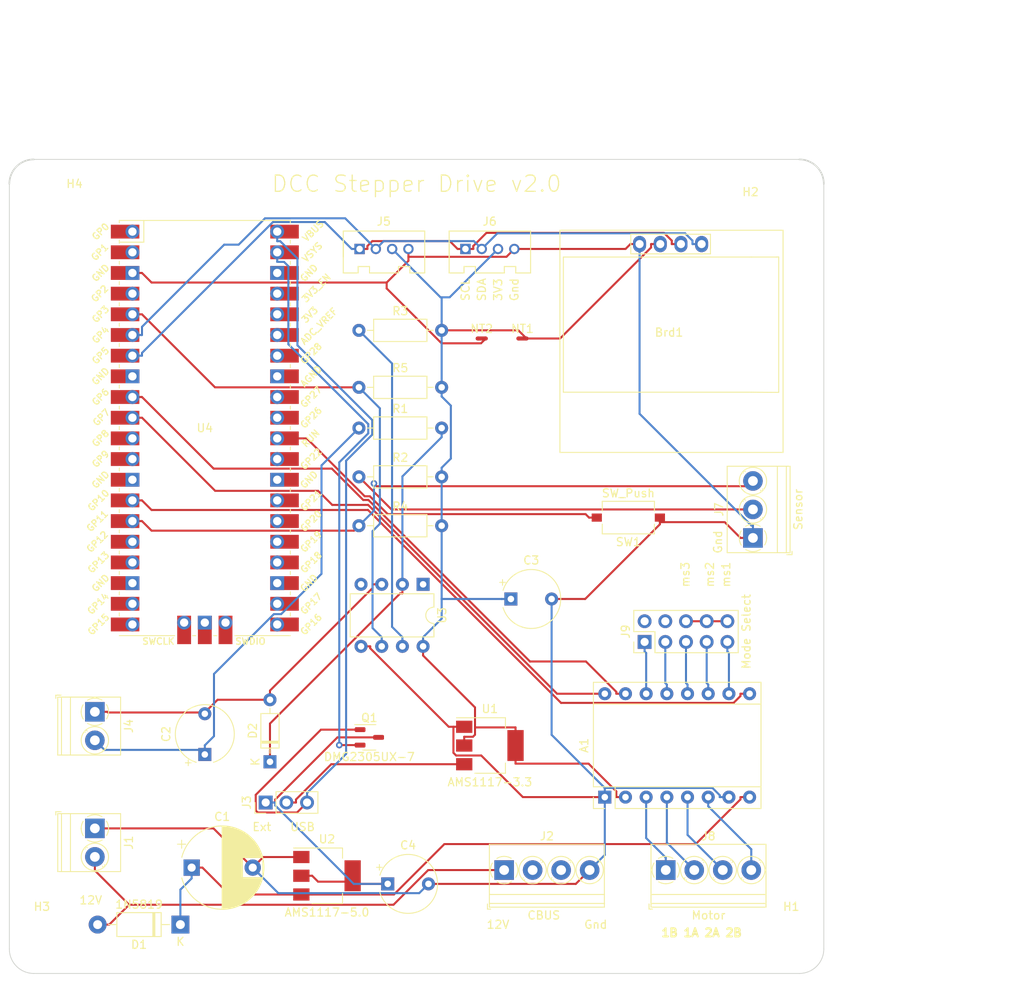
<source format=kicad_pcb>
(kicad_pcb (version 20211014) (generator pcbnew)
  (layers (0 "F.Cu" signal) (31 "B.Cu" signal) (34 "B.Paste" user) (35 "F.Paste" user) (36 "B.SilkS" user "B.Silkscreen") (37 "F.SilkS" user "F.Silkscreen") (38 "B.Mask" user) (39 "F.Mask" user) (44 "Edge.Cuts" user))
  (net 0 "")
  (net 1 "/5Vopt")
  (net 2 "Net-(A1-Pad3)")
  (net 3 "Net-(A1-Pad4)")
  (net 4 "Net-(A1-Pad5)")
  (net 5 "Net-(A1-Pad6)")
  (net 6 "Net-(A1-Pad10)")
  (net 7 "Net-(A1-Pad11)")
  (net 8 "/3V3")
  (net 9 "GND")
  (net 10 "/12V")
  (net 11 "Net-(A1-Pad12)")
  (net 12 "/5V")
  (net 13 "Net-(C2-Pad1)")
  (net 14 "Net-(D1-Pad2)")
  (net 15 "Net-(A1-Pad13)")
  (net 16 "/VBUS")
  (net 17 "Net-(A1-Pad14)")
  (net 18 "Net-(C2-Pad2)")
  (net 19 "/SDA")
  (net 20 "/SCL")
  (net 21 "/VSYS")
  (net 22 "Net-(J7-Pad2)")
  (net 23 "/DccIn")
  (net 27 "Net-(J7-Pad3)")
  (net 29 "Net-(A1-Pad9)")
  (net 52 "Net-(D2-Pad1)")
  (net 64 "Net-(A1-Pad15)")
  (net 65 "Net-(A1-Pad16)")
  (net 66 "Net-(R3-Pad1)")
  (net 67 "Net-(J6-Pad1)")
  (net 68 "Net-(J6-Pad2)")
  (net 69 "Net-(SW1-Pad2)")
  (net 70 "/+5V")
  (footprint "MountingHole:MountingHole_3.2mm_M3" (layer "F.Cu") (at 104 146)
    (fp_text reference "H3")
    (fp_text value "MountingHole")
  )
  (footprint "Diode_THT:D_DO-35_SOD27_P7.62mm_Horizontal" (layer "F.Cu") (at 132 124 90)
    (fp_text reference "D2")
    (fp_text value "1N4148")
  )
  (footprint "TerminalBlock_Phoenix:TerminalBlock_Phoenix_PT-1,5-3-3.5-H_1x03_P3.50mm_Horizontal" (layer "F.Cu") (at 191.3 96.5 90)
    (fp_text reference "J7")
    (fp_text value "Sensor")
  )
  (footprint "MCU_RaspberryPi_and_Boards:RP2040Pico" (layer "F.Cu") (at 124 83)
    (fp_text reference "U4")
    (fp_text value "Pico")
  )
  (footprint "Connector_PinHeader_2.54mm:PinHeader_1x03_P2.54mm_Vertical" (layer "F.Cu") (at 131.475 129 90)
    (fp_text reference "J3")
    (fp_text value "5V select")
  )
  (footprint "Package_TO_SOT_SMD:SOT-23-3" (layer "F.Cu") (at 144.2 121)
    (fp_text reference "Q1")
    (fp_text value "DMG2305UX-7")
  )
  (footprint "Diode_THT:D_DO-41_SOD81_P10.16mm_Horizontal" (layer "F.Cu") (at 121 144 180)
    (fp_text reference "D1")
    (fp_text value "1N5819")
  )
  (footprint "Package_TO_SOT_SMD:SOT-223-3_TabPin2" (layer "F.Cu") (at 139 138)
    (fp_text reference "U2")
    (fp_text value "AMS1117-5.0")
  )
  (footprint "MountingHole:MountingHole_3.2mm_M3" (layer "F.Cu") (at 104 54)
    (fp_text reference "H4")
    (fp_text value "MountingHole")
  )
  (footprint "Connector_PinHeader_2.54mm:PinHeader_2x05_P2.54mm_Vertical" (layer "F.Cu") (at 178 109.275 90)
    (fp_text reference "J9")
    (fp_text value "Mode Select")
  )
  (footprint "Resistor_THT:R_Axial_DIN0207_L6.3mm_D2.5mm_P10.16mm_Horizontal" (layer "F.Cu") (at 142.92 83)
    (fp_text reference "R1")
    (fp_text value "1k")
  )
  (footprint "MountingHole:MountingHole_3.2mm_M3" (layer "F.Cu") (at 196 54)
    (fp_text reference "H2")
    (fp_text value "MountingHole")
  )
  (footprint "TerminalBlock_Phoenix:TerminalBlock_Phoenix_PT-1,5-4-3.5-H_1x04_P3.50mm_Horizontal" (layer "F.Cu") (at 180.595 137.3)
    (fp_text reference "J8")
    (fp_text value "Motor")
  )
  (footprint "TerminalBlock_Phoenix:TerminalBlock_Phoenix_PT-1,5-4-3.5-H_1x04_P3.50mm_Horizontal" (layer "F.Cu") (at 160.75 137.3)
    (fp_text reference "J2")
    (fp_text value "CBUS ")
  )
  (footprint "OPL_Connector:HW4-2.0" (layer "F.Cu") (at 159 61)
    (fp_text reference "J6")
    (fp_text value "I2C")
  )
  (footprint "SSD1306:128x64OLED" (layer "F.Cu") (at 181 71)
    (fp_text reference "Brd1")
    (fp_text value "SSD1306")
  )
  (footprint "NetTie:NetTie-2_SMD_Pad0.5mm" (layer "F.Cu") (at 158 72)
    (fp_text reference "NT2")
    (fp_text value "NetTie_2")
  )
  (footprint "Package_DIP:DIP-8_W7.62mm" (layer "F.Cu") (at 150.8 102.2 -90)
    (fp_text reference "U3")
    (fp_text value "6N137")
  )
  (footprint "Capacitor_THT:CP_Radial_Tantal_D7.0mm_P5.00mm" (layer "F.Cu") (at 161.5799 104)
    (fp_text reference "C3")
    (fp_text value "22uF")
  )
  (footprint "NetTie:NetTie-2_SMD_Pad0.5mm" (layer "F.Cu") (at 163 72)
    (fp_text reference "NT1")
    (fp_text value "NetTie_2")
  )
  (footprint "TerminalBlock_Phoenix:TerminalBlock_Phoenix_PT-1,5-2-3.5-H_1x02_P3.50mm_Horizontal" (layer "F.Cu") (at 110.5 132.18 -90)
    (fp_text reference "J1")
    (fp_text value "12v")
  )
  (footprint "MountingHole:MountingHole_3.2mm_M3" (layer "F.Cu") (at 196 146)
    (fp_text reference "H1")
    (fp_text value "MountingHole")
  )
  (footprint "Module:Pololu_Breakout-16_15.2x20.3mm" (layer "F.Cu") (at 173.11 128.34 90)
    (fp_text reference "A1")
    (fp_text value "Pololu_Breakout_A4988")
  )
  (footprint "Resistor_THT:R_Axial_DIN0207_L6.3mm_D2.5mm_P10.16mm_Horizontal" (layer "F.Cu") (at 142.92 71)
    (fp_text reference "R3")
    (fp_text value "10k")
  )
  (footprint "Button_Switch_SMD:SW_Tactile_SPST_NO_Straight_CK_PTS636Sx25SMTRLFS" (layer "F.Cu") (at 176 94 180)
    (fp_text reference "SW1")
    (fp_text value "SW_Push")
  )
  (footprint "Package_TO_SOT_SMD:SOT-223-3_TabPin2" (layer "F.Cu") (at 159 122)
    (fp_text reference "U1")
    (fp_text value "AMS1117-3.3")
  )
  (footprint "Resistor_THT:R_Axial_DIN0207_L6.3mm_D2.5mm_P10.16mm_Horizontal" (layer "F.Cu") (at 142.92 95)
    (fp_text reference "R4")
    (fp_text value "10k")
  )
  (footprint "Capacitor_THT:CP_Radial_Tantal_D7.0mm_P5.00mm" (layer "F.Cu") (at 124 123.1007 90)
    (fp_text reference "C2")
    (fp_text value "270pF")
  )
  (footprint "Capacitor_THT:CP_Radial_D10.0mm_P7.50mm" (layer "F.Cu") (at 122.3823 137)
    (fp_text reference "C1")
    (fp_text value "100uF")
  )
  (footprint "Resistor_THT:R_Axial_DIN0207_L6.3mm_D2.5mm_P10.16mm_Horizontal" (layer "F.Cu") (at 142.92 89)
    (fp_text reference "R2")
    (fp_text value "330")
  )
  (footprint "Resistor_THT:R_Axial_DIN0207_L6.3mm_D2.5mm_P10.16mm_Horizontal" (layer "F.Cu") (at 142.92 78)
    (fp_text reference "R5")
    (fp_text value "10k")
  )
  (footprint "Capacitor_THT:CP_Radial_Tantal_D7.0mm_P5.00mm" (layer "F.Cu") (at 146.4583 139)
    (fp_text reference "C4")
    (fp_text value "22uF")
  )
  (footprint "TerminalBlock_Phoenix:TerminalBlock_Phoenix_PT-1,5-2-3.5-H_1x02_P3.50mm_Horizontal" (layer "F.Cu") (at 110.5 117.86 -90)
    (fp_text reference "J4")
    (fp_text value "DCC")
  )
  (footprint "OPL_Connector:HW4-2.0" (layer "F.Cu") (at 146 61)
    (fp_text reference "J5")
    (fp_text value "Grove 2mm")
  )
  (gr_line (start 200 53) (end 200 147) (layer "Edge.Cuts") (width 0.1))
  (gr_line (start 103 50) (end 197 50) (layer "Edge.Cuts") (width 0.1))
  (gr_arc (start 100 53) (mid 100.87868 50.87868) (end 103 50) (layer "Edge.Cuts") (width 0.2))
  (gr_line (start 100 147) (end 100 53) (layer "Edge.Cuts") (width 0.1))
  (gr_line (start 197 150) (end 103 150) (layer "Edge.Cuts") (width 0.1))
  (gr_arc (start 200 147) (mid 199.12132 149.12132) (end 197 150) (layer "Edge.Cuts") (width 0.1))
  (gr_arc (start 103 150) (mid 100.87868 149.12132) (end 100 147) (layer "Edge.Cuts") (width 0.1))
  (gr_arc (start 197 50) (mid 199.12132 50.87868) (end 200 53) (layer "Edge.Cuts") (width 0.2))
  (gr_text "DCC Stepper Drive v2.0\n" (at 150 53) (layer "F.SilkS") (effects (font (size 2 2))))
  (gr_text "Gnd\n" (at 162 66 90) (layer "F.SilkS") (effects (font (size 1 1))))
  (gr_text "ms3" (at 183 101 90) (layer "F.SilkS") (effects (font (size 1 1))))
  (gr_text "Gnd\n" (at 187 97 90) (layer "F.SilkS") (effects (font (size 1 1))))
  (gr_text "ms1" (at 188 101 90) (layer "F.SilkS") (effects (font (size 1 1))))
  (gr_text "12V\n" (at 110 141) (layer "F.SilkS") (effects (font (size 1 1))))
  (gr_text "1B 1A 2A 2B" (at 185 145) (layer "F.SilkS") (effects (font (size 1 1) (thickness 0.25))))
  (gr_text "12V\n" (at 160 144) (layer "F.SilkS") (effects (font (size 1 1))))
  (gr_text "ms2" (at 186 101 90) (layer "F.SilkS") (effects (font (size 1 1))))
  (gr_text "Ext\n" (at 131 132) (layer "F.SilkS") (effects (font (size 1 1))))
  (gr_text "SCL" (at 156 66 90) (layer "F.SilkS") (effects (font (size 1 1))))
  (gr_text "3V3" (at 160 66 90) (layer "F.SilkS") (effects (font (size 1 1))))
  (gr_text "USB\n" (at 136 132) (layer "F.SilkS") (effects (font (size 1 1))))
  (gr_text "SDA" (at 158 66 90) (layer "F.SilkS") (effects (font (size 1 1))))
  (gr_text "Gnd\n" (at 172 144) (layer "F.SilkS") (effects (font (size 1 1))))
  (segment (start 135.1901 128.6347) (end 135.1901 129) (width 0.25) (layer "F.Cu") (net 1))
  (segment (start 155.85 124.3) (end 139.5248 124.3) (width 0.25) (layer "F.Cu") (net 1))
  (segment (start 134.015 129) (end 135.1901 129) (width 0.25) (layer "F.Cu") (net 1))
  (segment (start 139.5248 124.3) (end 135.1901 128.6347) (width 0.25) (layer "F.Cu") (net 1))
  (segment (start 180.595 137.3) (end 180.595 135.7749) (width 0.25) (layer "B.Cu") (net 2))
  (segment (start 178.19 128.34) (end 178.19 133.3699) (width 0.25) (layer "B.Cu") (net 2))
  (segment (start 178.19 133.3699) (end 180.595 135.7749) (width 0.25) (layer "B.Cu") (net 2))
  (segment (start 180.73 133.935) (end 184.095 137.3) (width 0.25) (layer "B.Cu") (net 3))
  (segment (start 180.73 128.34) (end 180.73 133.935) (width 0.25) (layer "B.Cu") (net 3))
  (segment (start 183.27 132.975) (end 187.595 137.3) (width 0.25) (layer "B.Cu") (net 4))
  (segment (start 183.27 128.34) (end 183.27 132.975) (width 0.25) (layer "B.Cu") (net 4))
  (segment (start 185.81 128.34) (end 185.81 129.4651) (width 0.25) (layer "B.Cu") (net 5))
  (segment (start 191.095 134.7501) (end 191.095 137.3) (width 0.25) (layer "B.Cu") (net 5))
  (segment (start 185.81 129.4651) (end 191.095 134.7501) (width 0.25) (layer "B.Cu") (net 5))
  (segment (start 188.35 115.64) (end 188.35 110.6401) (width 0.25) (layer "B.Cu") (net 6))
  (segment (start 188.35 110.6401) (end 188.16 110.4501) (width 0.25) (layer "B.Cu") (net 6))
  (segment (start 188.16 109.275) (end 188.16 110.4501) (width 0.25) (layer "B.Cu") (net 6))
  (segment (start 185.81 114.5149) (end 185.62 114.3249) (width 0.25) (layer "B.Cu") (net 7))
  (segment (start 185.81 115.64) (end 185.81 114.5149) (width 0.25) (layer "B.Cu") (net 7))
  (segment (start 185.62 114.3249) (end 185.62 109.275) (width 0.25) (layer "B.Cu") (net 7))
  (segment (start 175.65 128.34) (end 174.5249 128.34) (width 0.25) (layer "F.Cu") (net 8))
  (segment (start 157.1752 119.7749) (end 162.15 119.7749) (width 0.25) (layer "F.Cu") (net 8))
  (segment (start 179.92 60.4) (end 178.7949 60.4) (width 0.25) (layer "F.Cu") (net 8))
  (segment (start 157.1752 120.6748) (end 156.9251 120.9249) (width 0.25) (layer "F.Cu") (net 8))
  (segment (start 162.5 71) (end 163.5 72) (width 0.25) (layer "F.Cu") (net 8))
  (segment (start 157.1752 117.3203) (end 157.1752 119.7749) (width 0.25) (layer "F.Cu") (net 8))
  (segment (start 174.5249 127.6368) (end 171.1132 124.2251) (width 0.25) (layer "F.Cu") (net 8))
  (segment (start 156.9251 120.9249) (end 155.85 120.9249) (width 0.25) (layer "F.Cu") (net 8))
  (segment (start 174.5249 128.34) (end 174.5249 127.6368) (width 0.25) (layer "F.Cu") (net 8))
  (segment (start 162.15 122) (end 162.15 119.7749) (width 0.25) (layer "F.Cu") (net 8))
  (segment (start 150.8 109.82) (end 150.8 110.9451) (width 0.25) (layer "F.Cu") (net 8))
  (segment (start 157.1752 119.7749) (end 157.1752 120.6748) (width 0.25) (layer "F.Cu") (net 8))
  (segment (start 178.7949 60.4) (end 178.7949 60.8219) (width 0.25) (layer "F.Cu") (net 8))
  (segment (start 178.7949 60.8219) (end 167.6168 72) (width 0.25) (layer "F.Cu") (net 8))
  (segment (start 162.15 122) (end 162.15 124.2251) (width 0.25) (layer "F.Cu") (net 8))
  (segment (start 155.85 122) (end 155.85 120.9249) (width 0.25) (layer "F.Cu") (net 8))
  (segment (start 167.6168 72) (end 163.5 72) (width 0.25) (layer "F.Cu") (net 8))
  (segment (start 171.1132 124.2251) (end 162.15 124.2251) (width 0.25) (layer "F.Cu") (net 8))
  (segment (start 153.08 71) (end 162.5 71) (width 0.25) (layer "F.Cu") (net 8))
  (segment (start 150.8 110.9451) (end 157.1752 117.3203) (width 0.25) (layer "F.Cu") (net 8))
  (segment (start 153.08 66.9424) (end 153.08 69.8749) (width 0.25) (layer "B.Cu") (net 8))
  (segment (start 153.08 78) (end 153.08 79.1251) (width 0.25) (layer "B.Cu") (net 8))
  (segment (start 154.2074 80.2525) (end 154.2074 86.7475) (width 0.25) (layer "B.Cu") (net 8))
  (segment (start 153.08 71) (end 153.08 69.8749) (width 0.25) (layer "B.Cu") (net 8))
  (segment (start 150.8 109.82) (end 150.8 108.6949) (width 0.25) (layer "B.Cu") (net 8))
  (segment (start 153.08 89) (end 153.08 95) (width 0.25) (layer "B.Cu") (net 8))
  (segment (start 153.08 104) (end 153.08 106.4149) (width 0.25) (layer "B.Cu") (net 8))
  (segment (start 153.08 79.1251) (end 154.2074 80.2525) (width 0.25) (layer "B.Cu") (net 8))
  (segment (start 154.0558 66.9424) (end 159.9982 61) (width 0.25) (layer "B.Cu") (net 8))
  (segment (start 153.08 106.4149) (end 150.8 108.6949) (width 0.25) (layer "B.Cu") (net 8))
  (segment (start 153.08 66.9424) (end 154.0558 66.9424) (width 0.25) (layer "B.Cu") (net 8))
  (segment (start 161.5799 104) (end 160.4548 104) (width 0.25) (layer "B.Cu") (net 8))
  (segment (start 153.08 78) (end 153.08 71) (width 0.25) (layer "B.Cu") (net 8))
  (segment (start 152.9406 66.9424) (end 153.08 66.9424) (width 0.25) (layer "B.Cu") (net 8))
  (segment (start 146.9982 61) (end 152.9406 66.9424) (width 0.25) (layer "B.Cu") (net 8))
  (segment (start 154.2074 86.7475) (end 153.08 87.8749) (width 0.25) (layer "B.Cu") (net 8))
  (segment (start 153.08 95) (end 153.08 104) (width 0.25) (layer "B.Cu") (net 8))
  (segment (start 153.08 89) (end 153.08 87.8749) (width 0.25) (layer "B.Cu") (net 8))
  (segment (start 153.08 104) (end 160.4548 104) (width 0.25) (layer "B.Cu") (net 8))
  (segment (start 166.5799 104) (end 170.7001 104) (width 0.25) (layer "F.Cu") (net 9))
  (segment (start 175.6549 61) (end 161.9997 61) (width 0.25) (layer "F.Cu") (net 9))
  (segment (start 158.5 72) (end 157.9072 72.5928) (width 0.25) (layer "F.Cu") (net 9))
  (segment (start 146.3277 65.8509) (end 146.3277 65.1251) (width 0.25) (layer "F.Cu") (net 9))
  (segment (start 151.4583 139) (end 169.55 139) (width 0.25) (layer "F.Cu") (net 9))
  (segment (start 146.3277 65.1251) (end 117.4602 65.1251) (width 0.25) (layer "F.Cu") (net 9))
  (segment (start 143.18 109.82) (end 144.3051 109.82) (width 0.25) (layer "F.Cu") (net 9))
  (segment (start 179.875 94) (end 179.875 94.5625) (width 0.25) (layer "F.Cu") (net 9))
  (segment (start 148.9997 61.9602) (end 148.9997 62.4531) (width 0.25) (layer "F.Cu") (net 9))
  (segment (start 157.938 123.2248) (end 163.0532 128.34) (width 0.25) (layer "F.Cu") (net 9))
  (segment (start 157.9072 72.5928) (end 153.0696 72.5928) (width 0.25) (layer "F.Cu") (net 9))
  (segment (start 176.2549 60.4) (end 175.6549 61) (width 0.25) (layer "F.Cu") (net 9))
  (segment (start 177.38 60.4) (end 176.2549 60.4) (width 0.25) (layer "F.Cu") (net 9))
  (segment (start 115.11 63.95) (end 116.2851 63.95) (width 0.25) (layer "F.Cu") (net 9))
  (segment (start 154.5249 119.7) (end 153.9519 119.7) (width 0.25) (layer "F.Cu") (net 9))
  (segment (start 129.8823 137) (end 131.1823 135.7) (width 0.25) (layer "F.Cu") (net 9))
  (segment (start 191.3 96.5) (end 189.7749 96.5) (width 0.25) (layer "F.Cu") (net 9))
  (segment (start 153.9519 119.7) (end 144.3051 110.0532) (width 0.25) (layer "F.Cu") (net 9))
  (segment (start 125.0623 132.18) (end 110.5 132.18) (width 0.25) (layer "F.Cu") (net 9))
  (segment (start 148.9997 62.4531) (end 146.3277 65.1251) (width 0.25) (layer "F.Cu") (net 9))
  (segment (start 155.85 119.7) (end 154.5249 119.7) (width 0.25) (layer "F.Cu") (net 9))
  (segment (start 153.0696 72.5928) (end 146.3277 65.8509) (width 0.25) (layer "F.Cu") (net 9))
  (segment (start 187.8374 94.5625) (end 189.7749 96.5) (width 0.25) (layer "F.Cu") (net 9))
  (segment (start 161.9997 61) (end 161.0395 61.9602) (width 0.25) (layer "F.Cu") (net 9))
  (segment (start 154.5249 119.7) (end 154.5249 122.8948) (width 0.25) (layer "F.Cu") (net 9))
  (segment (start 161.0395 61.9602) (end 148.9997 61.9602) (width 0.25) (layer "F.Cu") (net 9))
  (segment (start 129.8823 137) (end 125.0623 132.18) (width 0.25) (layer "F.Cu") (net 9))
  (segment (start 163.0532 128.34) (end 173.11 128.34) (width 0.25) (layer "F.Cu") (net 9))
  (segment (start 169.55 139) (end 171.25 137.3) (width 0.25) (layer "F.Cu") (net 9))
  (segment (start 117.4602 65.1251) (end 116.2851 63.95) (width 0.25) (layer "F.Cu") (net 9))
  (segment (start 131.1823 135.7) (end 135.85 135.7) (width 0.25) (layer "F.Cu") (net 9))
  (segment (start 179.875 94.5625) (end 179.875 94.8251) (width 0.25) (layer "F.Cu") (net 9))
  (segment (start 154.5249 122.8948) (end 154.8549 123.2248) (width 0.25) (layer "F.Cu") (net 9))
  (segment (start 144.3051 110.0532) (end 144.3051 109.82) (width 0.25) (layer "F.Cu") (net 9))
  (segment (start 148.9997 61) (end 148.9997 61.9602) (width 0.25) (layer "F.Cu") (net 9))
  (segment (start 154.8549 123.2248) (end 157.938 123.2248) (width 0.25) (layer "F.Cu") (net 9))
  (segment (start 179.875 94.5625) (end 187.8374 94.5625) (width 0.25) (layer "F.Cu") (net 9))
  (segment (start 170.7001 104) (end 179.875 94.8251) (width 0.25) (layer "F.Cu") (net 9))
  (segment (start 177.38 81.2455) (end 191.1094 94.9749) (width 0.25) (layer "B.Cu") (net 9))
  (segment (start 151.4583 139) (end 150.3212 140.1371) (width 0.25) (layer "B.Cu") (net 9))
  (segment (start 173.11 127.2149) (end 166.5799 120.6848) (width 0.25) (layer "B.Cu") (net 9))
  (segment (start 177.38 60.4) (end 177.38 81.2455) (width 0.25) (layer "B.Cu") (net 9))
  (segment (start 173.11 127.3274) (end 173.11 127.2149) (width 0.25) (layer "B.Cu") (net 9))
  (segment (start 191.1094 94.9749) (end 191.3 94.9749) (width 0.25) (layer "B.Cu") (net 9))
  (segment (start 133.0194 140.1371) (end 129.8823 137) (width 0.25) (layer "B.Cu") (net 9))
  (segment (start 150.3212 140.1371) (end 133.0194 140.1371) (width 0.25) (layer "B.Cu") (net 9))
  (segment (start 187.2249 128.1069) (end 187.2249 128.34) (width 0.25) (layer "B.Cu") (net 9))
  (segment (start 173.11 128.34) (end 173.11 127.3274) (width 0.25) (layer "B.Cu") (net 9))
  (segment (start 186.3329 127.2149) (end 187.2249 128.1069) (width 0.25) (layer "B.Cu") (net 9))
  (segment (start 171.25 137.3) (end 173.11 135.44) (width 0.25) (layer "B.Cu") (net 9))
  (segment (start 173.11 135.44) (end 173.11 128.34) (width 0.25) (layer "B.Cu") (net 9))
  (segment (start 191.3 96.5) (end 191.3 94.9749) (width 0.25) (layer "B.Cu") (net 9))
  (segment (start 173.11 127.2149) (end 186.3329 127.2149) (width 0.25) (layer "B.Cu") (net 9))
  (segment (start 166.5799 120.6848) (end 166.5799 104) (width 0.25) (layer "B.Cu") (net 9))
  (segment (start 188.35 128.34) (end 187.2249 128.34) (width 0.25) (layer "B.Cu") (net 9))
  (segment (start 189.7649 128.34) (end 189.7649 128.6213) (width 0.25) (layer "F.Cu") (net 10))
  (segment (start 122.3823 137) (end 123.7074 137) (width 0.25) (layer "F.Cu") (net 10))
  (segment (start 123.7074 137) (end 127.0074 140.3) (width 0.25) (layer "F.Cu") (net 10))
  (segment (start 135.85 140.3) (end 137.1751 140.3) (width 0.25) (layer "F.Cu") (net 10))
  (segment (start 184.2789 134.1073) (end 153.4153 134.1073) (width 0.25) (layer "F.Cu") (net 10))
  (segment (start 127.0074 140.3) (end 135.85 140.3) (width 0.25) (layer "F.Cu") (net 10))
  (segment (start 190.89 128.34) (end 189.7649 128.34) (width 0.25) (layer "F.Cu") (net 10))
  (segment (start 147.2226 140.3) (end 137.1751 140.3) (width 0.25) (layer "F.Cu") (net 10))
  (segment (start 153.4153 134.1073) (end 147.2226 140.3) (width 0.25) (layer "F.Cu") (net 10))
  (segment (start 189.7649 128.6213) (end 184.2789 134.1073) (width 0.25) (layer "F.Cu") (net 10))
  (segment (start 122.3823 138.3251) (end 121 139.7074) (width 0.25) (layer "B.Cu") (net 10))
  (segment (start 122.3823 137) (end 122.3823 138.3251) (width 0.25) (layer "B.Cu") (net 10))
  (segment (start 121 139.7074) (end 121 144) (width 0.25) (layer "B.Cu") (net 10))
  (segment (start 183.27 114.5149) (end 183.08 114.3249) (width 0.25) (layer "B.Cu") (net 11))
  (segment (start 183.27 115.64) (end 183.27 114.5149) (width 0.25) (layer "B.Cu") (net 11))
  (segment (start 183.08 114.3249) (end 183.08 109.275) (width 0.25) (layer "B.Cu") (net 11))
  (segment (start 140.2829 121) (end 145.3375 121) (width 0.25) (layer "F.Cu") (net 12))
  (segment (start 137.9001 138.725) (end 137.1751 138) (width 0.25) (layer "F.Cu") (net 12))
  (segment (start 135.85 138) (end 137.1751 138) (width 0.25) (layer "F.Cu") (net 12))
  (segment (start 132.6501 128.6328) (end 140.2829 121) (width 0.25) (layer "F.Cu") (net 12))
  (segment (start 146.4583 139) (end 142.425 139) (width 0.25) (layer "F.Cu") (net 12))
  (segment (start 132.6501 129) (end 132.6501 128.6328) (width 0.25) (layer "F.Cu") (net 12))
  (segment (start 142.15 138) (end 142.15 138.725) (width 0.25) (layer "F.Cu") (net 12))
  (segment (start 142.425 139) (end 142.15 138.725) (width 0.25) (layer "F.Cu") (net 12))
  (segment (start 131.475 129) (end 132.6501 129) (width 0.25) (layer "F.Cu") (net 12))
  (segment (start 142.15 138.725) (end 137.9001 138.725) (width 0.25) (layer "F.Cu") (net 12))
  (segment (start 146.4583 139) (end 142.2829 139) (width 0.25) (layer "B.Cu") (net 12))
  (segment (start 132.6501 129.3672) (end 132.6501 129) (width 0.25) (layer "B.Cu") (net 12))
  (segment (start 142.2829 139) (end 132.6501 129.3672) (width 0.25) (layer "B.Cu") (net 12))
  (segment (start 131.475 129) (end 132.6501 129) (width 0.25) (layer "B.Cu") (net 12))
  (segment (start 125.1251 120.8505) (end 125.1251 113.2115) (width 0.25) (layer "B.Cu") (net 13))
  (segment (start 124 122.5381) (end 124 121.9756) (width 0.25) (layer "B.Cu") (net 13))
  (segment (start 133.3702 105.86) (end 138.3263 100.9039) (width 0.25) (layer "B.Cu") (net 13))
  (segment (start 124 122.5381) (end 111.6781 122.5381) (width 0.25) (layer "B.Cu") (net 13))
  (segment (start 132.4766 105.86) (end 133.3702 105.86) (width 0.25) (layer "B.Cu") (net 13))
  (segment (start 124 121.9756) (end 125.1251 120.8505) (width 0.25) (layer "B.Cu") (net 13))
  (segment (start 124 123.1007) (end 124 122.5381) (width 0.25) (layer "B.Cu") (net 13))
  (segment (start 111.6781 122.5381) (end 110.5 121.36) (width 0.25) (layer "B.Cu") (net 13))
  (segment (start 125.1251 113.2115) (end 132.4766 105.86) (width 0.25) (layer "B.Cu") (net 13))
  (segment (start 138.3263 87.5937) (end 142.92 83) (width 0.25) (layer "B.Cu") (net 13))
  (segment (start 138.3263 100.9039) (end 138.3263 87.5937) (width 0.25) (layer "B.Cu") (net 13))
  (segment (start 114.7033 141.5618) (end 110.5 137.3585) (width 0.25) (layer "F.Cu") (net 14))
  (segment (start 114.7033 141.5618) (end 147.1628 141.5618) (width 0.25) (layer "F.Cu") (net 14))
  (segment (start 147.1628 141.5618) (end 151.4246 137.3) (width 0.25) (layer "F.Cu") (net 14))
  (segment (start 110.5 137.3585) (end 110.5 135.68) (width 0.25) (layer "F.Cu") (net 14))
  (segment (start 110.84 144) (end 112.2651 144) (width 0.25) (layer "F.Cu") (net 14))
  (segment (start 151.4246 137.3) (end 160.75 137.3) (width 0.25) (layer "F.Cu") (net 14))
  (segment (start 112.2651 144) (end 114.7033 141.5618) (width 0.25) (layer "F.Cu") (net 14))
  (segment (start 180.54 114.3249) (end 180.54 109.275) (width 0.25) (layer "B.Cu") (net 15))
  (segment (start 180.73 114.5149) (end 180.54 114.3249) (width 0.25) (layer "B.Cu") (net 15))
  (segment (start 180.73 115.64) (end 180.73 114.5149) (width 0.25) (layer "B.Cu") (net 15))
  (segment (start 130.2515 129.9815) (end 130.4997 130.2297) (width 0.25) (layer "F.Cu") (net 16))
  (segment (start 138.2635 120.05) (end 130.2515 128.062) (width 0.25) (layer "F.Cu") (net 16))
  (segment (start 143.0625 120.05) (end 138.2635 120.05) (width 0.25) (layer "F.Cu") (net 16))
  (segment (start 135.3253 130.2297) (end 136.555 129) (width 0.25) (layer "F.Cu") (net 16))
  (segment (start 130.4997 130.2297) (end 135.3253 130.2297) (width 0.25) (layer "F.Cu") (net 16))
  (segment (start 130.2515 128.062) (end 130.2515 129.9815) (width 0.25) (layer "F.Cu") (net 16))
  (segment (start 132.89 58.87) (end 132.89 60.0451) (width 0.25) (layer "B.Cu") (net 16))
  (segment (start 135.3707 72.837) (end 135.3707 62.1606) (width 0.25) (layer "B.Cu") (net 16))
  (segment (start 133.2552 60.0451) (end 132.89 60.0451) (width 0.25) (layer "B.Cu") (net 16))
  (segment (start 141.3476 123.0323) (end 141.3476 87.0207) (width 0.25) (layer "B.Cu") (net 16))
  (segment (start 144.5534 82.0197) (end 135.3707 72.837) (width 0.25) (layer "B.Cu") (net 16))
  (segment (start 135.3707 62.1606) (end 133.2552 60.0451) (width 0.25) (layer "B.Cu") (net 16))
  (segment (start 141.3476 87.0207) (end 144.5534 83.8149) (width 0.25) (layer "B.Cu") (net 16))
  (segment (start 144.5534 83.8149) (end 144.5534 82.0197) (width 0.25) (layer "B.Cu") (net 16))
  (segment (start 136.555 127.8249) (end 141.3476 123.0323) (width 0.25) (layer "B.Cu") (net 16))
  (segment (start 136.555 129) (end 136.555 127.8249) (width 0.25) (layer "B.Cu") (net 16))
  (segment (start 178.19 110.6401) (end 178 110.4501) (width 0.25) (layer "B.Cu") (net 17))
  (segment (start 178.19 115.64) (end 178.19 110.6401) (width 0.25) (layer "B.Cu") (net 17))
  (segment (start 178 109.275) (end 178 110.4501) (width 0.25) (layer "B.Cu") (net 17))
  (segment (start 112.1072 117.9421) (end 112.0251 117.86) (width 0.25) (layer "F.Cu") (net 18))
  (segment (start 144.5949 102.66) (end 132 115.2549) (width 0.25) (layer "F.Cu") (net 18))
  (segment (start 132 116.38) (end 132 115.2549) (width 0.25) (layer "F.Cu") (net 18))
  (segment (start 110.5 117.86) (end 112.0251 117.86) (width 0.25) (layer "F.Cu") (net 18))
  (segment (start 145.72 102.2) (end 144.5949 102.2) (width 0.25) (layer "F.Cu") (net 18))
  (segment (start 132 116.38) (end 125.5621 116.38) (width 0.25) (layer "F.Cu") (net 18))
  (segment (start 124 117.9421) (end 112.1072 117.9421) (width 0.25) (layer "F.Cu") (net 18))
  (segment (start 124 117.9421) (end 124 118.1007) (width 0.25) (layer "F.Cu") (net 18))
  (segment (start 144.5949 102.2) (end 144.5949 102.66) (width 0.25) (layer "F.Cu") (net 18))
  (segment (start 125.5621 116.38) (end 124 117.9421) (width 0.25) (layer "F.Cu") (net 18))
  (segment (start 183.8749 59.9836) (end 183.8749 60.4) (width 0.25) (layer "B.Cu") (net 19))
  (segment (start 182.9662 59.0749) (end 183.8749 59.9836) (width 0.25) (layer "B.Cu") (net 19))
  (segment (start 159.9269 59.0749) (end 182.9662 59.0749) (width 0.25) (layer "B.Cu") (net 19))
  (segment (start 145.0018 61) (end 145.962 60.0398) (width 0.25) (layer "B.Cu") (net 19))
  (segment (start 115.11 71.57) (end 116.2851 71.57) (width 0.25) (layer "B.Cu") (net 19))
  (segment (start 185 60.4) (end 183.8749 60.4) (width 0.25) (layer "B.Cu") (net 19))
  (segment (start 128.1524 60.471) (end 126.381 60.471) (width 0.25) (layer "B.Cu") (net 19))
  (segment (start 145.0018 61) (end 141.2347 57.2329) (width 0.25) (layer "B.Cu") (net 19))
  (segment (start 131.3905 57.2329) (end 128.1524 60.471) (width 0.25) (layer "B.Cu") (net 19))
  (segment (start 126.381 60.471) (end 116.2851 70.5669) (width 0.25) (layer "B.Cu") (net 19))
  (segment (start 116.2851 70.5669) (end 116.2851 71.57) (width 0.25) (layer "B.Cu") (net 19))
  (segment (start 141.2347 57.2329) (end 131.3905 57.2329) (width 0.25) (layer "B.Cu") (net 19))
  (segment (start 145.962 60.0398) (end 157.0416 60.0398) (width 0.25) (layer "B.Cu") (net 19))
  (segment (start 158.0018 61) (end 159.9269 59.0749) (width 0.25) (layer "B.Cu") (net 19))
  (segment (start 157.0416 60.0398) (end 158.0018 61) (width 0.25) (layer "B.Cu") (net 19))
  (segment (start 143.9604 61) (end 143.9604 60.64) (width 0.25) (layer "F.Cu") (net 20))
  (segment (start 156.0003 61) (end 155.0402 61) (width 0.25) (layer "F.Cu") (net 20))
  (segment (start 143.9604 60.64) (end 144.5605 60.0399) (width 0.25) (layer "F.Cu") (net 20))
  (segment (start 143.0003 61) (end 143.9604 61) (width 0.25) (layer "F.Cu") (net 20))
  (segment (start 181.3349 60.4) (end 181.3349 59.9781) (width 0.25) (layer "F.Cu") (net 20))
  (segment (start 182.46 60.4) (end 181.3349 60.4) (width 0.25) (layer "F.Cu") (net 20))
  (segment (start 156.9604 60.64) (end 156.9604 61) (width 0.25) (layer "F.Cu") (net 20))
  (segment (start 144.5605 60.0399) (end 154.0801 60.0399) (width 0.25) (layer "F.Cu") (net 20))
  (segment (start 154.0801 60.0399) (end 155.0402 61) (width 0.25) (layer "F.Cu") (net 20))
  (segment (start 158.5777 59.0227) (end 156.9604 60.64) (width 0.25) (layer "F.Cu") (net 20))
  (segment (start 180.3795 59.0227) (end 158.5777 59.0227) (width 0.25) (layer "F.Cu") (net 20))
  (segment (start 156.0003 61) (end 156.9604 61) (width 0.25) (layer "F.Cu") (net 20))
  (segment (start 181.3349 59.9781) (end 180.3795 59.0227) (width 0.25) (layer "F.Cu") (net 20))
  (segment (start 116.2851 73.7732) (end 132.3661 57.6922) (width 0.25) (layer "B.Cu") (net 20))
  (segment (start 115.11 74.11) (end 116.2851 74.11) (width 0.25) (layer "B.Cu") (net 20))
  (segment (start 138.7324 57.6922) (end 142.0402 61) (width 0.25) (layer "B.Cu") (net 20))
  (segment (start 116.2851 74.11) (end 116.2851 73.7732) (width 0.25) (layer "B.Cu") (net 20))
  (segment (start 143.0003 61) (end 142.0402 61) (width 0.25) (layer "B.Cu") (net 20))
  (segment (start 132.3661 57.6922) (end 138.7324 57.6922) (width 0.25) (layer "B.Cu") (net 20))
  (segment (start 143.0625 121.95) (end 140.5085 121.95) (width 0.25) (layer "F.Cu") (net 21))
  (via (at 140.5085 121.95) (size 0.8) (drill 0.4) (layers "F.Cu" "B.Cu") (net 21))
  (segment (start 144.0673 83.6527) (end 140.5085 87.2115) (width 0.25) (layer "B.Cu") (net 21))
  (segment (start 132.89 61.41) (end 132.89 62.5851) (width 0.25) (layer "B.Cu") (net 21))
  (segment (start 132.89 62.5851) (end 133.721 62.5851) (width 0.25) (layer "B.Cu") (net 21))
  (segment (start 133.721 62.5851) (end 134.2548 63.1189) (width 0.25) (layer "B.Cu") (net 21))
  (segment (start 134.2548 63.1189) (end 134.2548 72.7026) (width 0.25) (layer "B.Cu") (net 21))
  (segment (start 134.2548 72.7026) (end 144.0673 82.5151) (width 0.25) (layer "B.Cu") (net 21))
  (segment (start 140.5085 87.2115) (end 140.5085 121.95) (width 0.25) (layer "B.Cu") (net 21))
  (segment (start 144.0673 82.5151) (end 144.0673 83.6527) (width 0.25) (layer "B.Cu") (net 21))
  (segment (start 146.92 93) (end 191.3 93) (width 0.25) (layer "F.Cu") (net 22))
  (segment (start 142.92 89) (end 146.92 93) (width 0.25) (layer "F.Cu") (net 22))
  (segment (start 115.11 69.03) (end 116.2851 69.03) (width 0.25) (layer "F.Cu") (net 23))
  (segment (start 142.92 78) (end 125.2551 78) (width 0.25) (layer "F.Cu") (net 23))
  (segment (start 125.2551 78) (end 116.2851 69.03) (width 0.25) (layer "F.Cu") (net 23))
  (segment (start 144.5916 107.5665) (end 144.5916 95.67) (width 0.25) (layer "B.Cu") (net 23))
  (segment (start 145.72 109.82) (end 145.72 108.6949) (width 0.25) (layer "B.Cu") (net 23))
  (segment (start 145.4919 80.5719) (end 142.92 78) (width 0.25) (layer "B.Cu") (net 23))
  (segment (start 144.5916 95.67) (end 145.4919 94.7697) (width 0.25) (layer "B.Cu") (net 23))
  (segment (start 145.4919 94.7697) (end 145.4919 80.5719) (width 0.25) (layer "B.Cu") (net 23))
  (segment (start 145.72 108.6949) (end 144.5916 107.5665) (width 0.25) (layer "B.Cu") (net 23))
  (segment (start 142.3149 95.6051) (end 117.4602 95.6051) (width 0.25) (layer "F.Cu") (net 27))
  (segment (start 142.92 95) (end 142.3149 95.6051) (width 0.25) (layer "F.Cu") (net 27))
  (segment (start 145.11 90.1491) (end 144.7666 89.8057) (width 0.25) (layer "F.Cu") (net 27))
  (segment (start 117.4602 95.6051) (end 116.2851 94.43) (width 0.25) (layer "F.Cu") (net 27))
  (segment (start 191.3 89.5) (end 190.6509 90.1491) (width 0.25) (layer "F.Cu") (net 27))
  (segment (start 190.6509 90.1491) (end 145.11 90.1491) (width 0.25) (layer "F.Cu") (net 27))
  (segment (start 115.11 94.43) (end 116.2851 94.43) (width 0.25) (layer "F.Cu") (net 27))
  (via (at 144.7666 89.8057) (size 0.8) (drill 0.4) (layers "F.Cu" "B.Cu") (net 27))
  (segment (start 142.92 95) (end 144.7666 93.1534) (width 0.25) (layer "B.Cu") (net 27))
  (segment (start 144.7666 93.1534) (end 144.7666 89.8057) (width 0.25) (layer "B.Cu") (net 27))
  (segment (start 117.4602 93.0651) (end 116.2851 91.89) (width 0.25) (layer "F.Cu") (net 29))
  (segment (start 167.7386 116.7657) (end 144.038 93.0651) (width 0.25) (layer "F.Cu") (net 29))
  (segment (start 190.89 115.64) (end 189.7649 115.64) (width 0.25) (layer "F.Cu") (net 29))
  (segment (start 188.9205 116.7657) (end 167.7386 116.7657) (width 0.25) (layer "F.Cu") (net 29))
  (segment (start 115.11 91.89) (end 116.2851 91.89) (width 0.25) (layer "F.Cu") (net 29))
  (segment (start 189.7649 115.9213) (end 188.9205 116.7657) (width 0.25) (layer "F.Cu") (net 29))
  (segment (start 144.038 93.0651) (end 117.4602 93.0651) (width 0.25) (layer "F.Cu") (net 29))
  (segment (start 189.7649 115.64) (end 189.7649 115.9213) (width 0.25) (layer "F.Cu") (net 29))
  (segment (start 147.9787 103.3251) (end 132 119.3038) (width 0.25) (layer "F.Cu") (net 52))
  (segment (start 148.26 103.3251) (end 147.9787 103.3251) (width 0.25) (layer "F.Cu") (net 52))
  (segment (start 132 119.3038) (end 132 124) (width 0.25) (layer "F.Cu") (net 52))
  (segment (start 148.26 102.2) (end 148.26 103.3251) (width 0.25) (layer "F.Cu") (net 52))
  (segment (start 153.08 83) (end 153.08 84.1251) (width 0.25) (layer "B.Cu") (net 52))
  (segment (start 148.26 88.9451) (end 153.08 84.1251) (width 0.25) (layer "B.Cu") (net 52))
  (segment (start 148.26 102.2) (end 148.26 88.9451) (width 0.25) (layer "B.Cu") (net 52))
  (segment (start 175.65 115.64) (end 174.5249 115.64) (width 0.25) (layer "F.Cu") (net 64))
  (segment (start 144.0814 91.8353) (end 143.4448 91.8353) (width 0.25) (layer "F.Cu") (net 64))
  (segment (start 174.5249 115.64) (end 174.5249 115.4069) (width 0.25) (layer "F.Cu") (net 64))
  (segment (start 163.9246 111.6785) (end 144.0814 91.8353) (width 0.25) (layer "F.Cu") (net 64))
  (segment (start 143.4448 91.8353) (end 139.5947 87.9852) (width 0.25) (layer "F.Cu") (net 64))
  (segment (start 125.0803 87.9852) (end 116.2851 79.19) (width 0.25) (layer "F.Cu") (net 64))
  (segment (start 170.7965 111.6785) (end 163.9246 111.6785) (width 0.25) (layer "F.Cu") (net 64))
  (segment (start 115.11 79.19) (end 116.2851 79.19) (width 0.25) (layer "F.Cu") (net 64))
  (segment (start 174.5249 115.4069) (end 170.7965 111.6785) (width 0.25) (layer "F.Cu") (net 64))
  (segment (start 139.5947 87.9852) (end 125.0803 87.9852) (width 0.25) (layer "F.Cu") (net 64))
  (segment (start 115.11 81.73) (end 116.2851 81.73) (width 0.25) (layer "F.Cu") (net 65))
  (segment (start 167.2495 115.64) (end 144.0541 92.4446) (width 0.25) (layer "F.Cu") (net 65))
  (segment (start 144.0541 92.4446) (end 139.642 92.4446) (width 0.25) (layer "F.Cu") (net 65))
  (segment (start 125.2699 90.7148) (end 116.2851 81.73) (width 0.25) (layer "F.Cu") (net 65))
  (segment (start 137.9122 90.7148) (end 125.2699 90.7148) (width 0.25) (layer "F.Cu") (net 65))
  (segment (start 173.11 115.64) (end 167.2495 115.64) (width 0.25) (layer "F.Cu") (net 65))
  (segment (start 139.642 92.4446) (end 137.9122 90.7148) (width 0.25) (layer "F.Cu") (net 65))
  (segment (start 148.26 109.82) (end 148.26 108.6949) (width 0.25) (layer "B.Cu") (net 66))
  (segment (start 146.99 75.07) (end 146.99 107.4249) (width 0.25) (layer "B.Cu") (net 66))
  (segment (start 142.92 71) (end 146.99 75.07) (width 0.25) (layer "B.Cu") (net 66))
  (segment (start 146.99 107.4249) (end 148.26 108.6949) (width 0.25) (layer "B.Cu") (net 66))
  (segment (start 170.7497 93.5748) (end 146.4575 93.5748) (width 0.25) (layer "F.Cu") (net 69))
  (segment (start 171.1749 94) (end 170.7497 93.5748) (width 0.25) (layer "F.Cu") (net 69))
  (segment (start 172.125 94) (end 171.1749 94) (width 0.25) (layer "F.Cu") (net 69))
  (segment (start 143.6314 91.3852) (end 136.5162 84.27) (width 0.25) (layer "F.Cu") (net 69))
  (segment (start 146.4575 93.5748) (end 144.2679 91.3852) (width 0.25) (layer "F.Cu") (net 69))
  (segment (start 136.5162 84.27) (end 132.89 84.27) (width 0.25) (layer "F.Cu") (net 69))
  (segment (start 144.2679 91.3852) (end 143.6314 91.3852) (width 0.25) (layer "F.Cu") (net 69))
  (segment (start 185.62 106.735) (end 183.08 106.735) (width 0.25) (layer "F.Cu") (net 70))
  (segment (start 188.16 106.735) (end 185.62 106.735) (width 0.25) (layer "F.Cu") (net 70))
)
</source>
